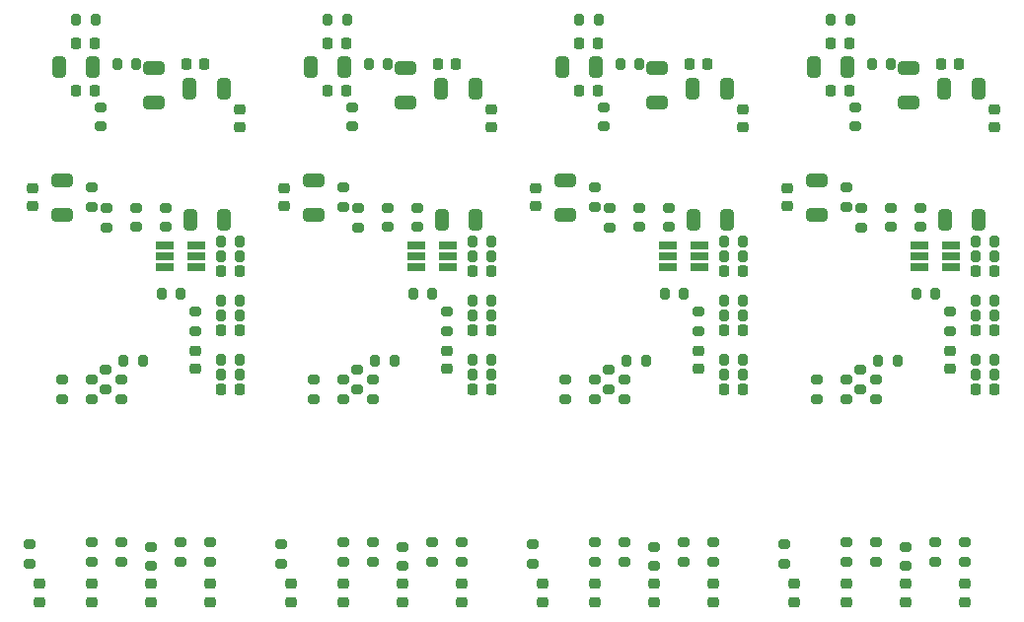
<source format=gbr>
%TF.GenerationSoftware,KiCad,Pcbnew,7.0.5*%
%TF.CreationDate,2025-02-11T02:47:10-05:00*%
%TF.ProjectId,ssr_load_switch,7373725f-6c6f-4616-945f-737769746368,rev?*%
%TF.SameCoordinates,Original*%
%TF.FileFunction,Paste,Top*%
%TF.FilePolarity,Positive*%
%FSLAX46Y46*%
G04 Gerber Fmt 4.6, Leading zero omitted, Abs format (unit mm)*
G04 Created by KiCad (PCBNEW 7.0.5) date 2025-02-11 02:47:10*
%MOMM*%
%LPD*%
G01*
G04 APERTURE LIST*
G04 Aperture macros list*
%AMRoundRect*
0 Rectangle with rounded corners*
0 $1 Rounding radius*
0 $2 $3 $4 $5 $6 $7 $8 $9 X,Y pos of 4 corners*
0 Add a 4 corners polygon primitive as box body*
4,1,4,$2,$3,$4,$5,$6,$7,$8,$9,$2,$3,0*
0 Add four circle primitives for the rounded corners*
1,1,$1+$1,$2,$3*
1,1,$1+$1,$4,$5*
1,1,$1+$1,$6,$7*
1,1,$1+$1,$8,$9*
0 Add four rect primitives between the rounded corners*
20,1,$1+$1,$2,$3,$4,$5,0*
20,1,$1+$1,$4,$5,$6,$7,0*
20,1,$1+$1,$6,$7,$8,$9,0*
20,1,$1+$1,$8,$9,$2,$3,0*%
G04 Aperture macros list end*
%ADD10RoundRect,0.218750X-0.218750X-0.256250X0.218750X-0.256250X0.218750X0.256250X-0.218750X0.256250X0*%
%ADD11RoundRect,0.218750X0.256250X-0.218750X0.256250X0.218750X-0.256250X0.218750X-0.256250X-0.218750X0*%
%ADD12RoundRect,0.200000X-0.275000X0.200000X-0.275000X-0.200000X0.275000X-0.200000X0.275000X0.200000X0*%
%ADD13RoundRect,0.200000X-0.200000X-0.275000X0.200000X-0.275000X0.200000X0.275000X-0.200000X0.275000X0*%
%ADD14RoundRect,0.200000X0.275000X-0.200000X0.275000X0.200000X-0.275000X0.200000X-0.275000X-0.200000X0*%
%ADD15RoundRect,0.200000X0.200000X0.275000X-0.200000X0.275000X-0.200000X-0.275000X0.200000X-0.275000X0*%
%ADD16R,1.560000X0.650000*%
%ADD17RoundRect,0.250000X-0.325000X-0.650000X0.325000X-0.650000X0.325000X0.650000X-0.325000X0.650000X0*%
%ADD18RoundRect,0.250000X0.650000X-0.325000X0.650000X0.325000X-0.650000X0.325000X-0.650000X-0.325000X0*%
%ADD19RoundRect,0.250000X-0.650000X0.325000X-0.650000X-0.325000X0.650000X-0.325000X0.650000X0.325000X0*%
%ADD20RoundRect,0.225000X0.225000X0.250000X-0.225000X0.250000X-0.225000X-0.250000X0.225000X-0.250000X0*%
%ADD21RoundRect,0.225000X-0.225000X-0.250000X0.225000X-0.250000X0.225000X0.250000X-0.225000X0.250000X0*%
%ADD22RoundRect,0.225000X0.250000X-0.225000X0.250000X0.225000X-0.250000X0.225000X-0.250000X-0.225000X0*%
%ADD23RoundRect,0.250000X0.325000X0.650000X-0.325000X0.650000X-0.325000X-0.650000X0.325000X-0.650000X0*%
G04 APERTURE END LIST*
D10*
%TO.C,D6*%
X32481574Y-47835000D03*
X34056574Y-47835000D03*
%TD*%
%TO.C,D7*%
X32481574Y-42755000D03*
X34056574Y-42755000D03*
%TD*%
%TO.C,D8*%
X32481574Y-37675000D03*
X34056574Y-37675000D03*
%TD*%
D11*
%TO.C,D4*%
X16899074Y-66097500D03*
X16899074Y-64522500D03*
%TD*%
%TO.C,D3*%
X21344074Y-66097500D03*
X21344074Y-64522500D03*
%TD*%
%TO.C,D2*%
X26424074Y-66097500D03*
X26424074Y-64522500D03*
%TD*%
%TO.C,D1*%
X31504074Y-66097500D03*
X31504074Y-64522500D03*
%TD*%
D12*
%TO.C,R26*%
X22614074Y-32265000D03*
X22614074Y-33915000D03*
%TD*%
D13*
%TO.C,R25*%
X32444074Y-36405000D03*
X34094074Y-36405000D03*
%TD*%
%TO.C,R22*%
X32444074Y-40215000D03*
X34094074Y-40215000D03*
%TD*%
%TO.C,R21*%
X32444074Y-46565000D03*
X34094074Y-46565000D03*
%TD*%
%TO.C,R20*%
X32444074Y-45295000D03*
X34094074Y-45295000D03*
%TD*%
D14*
%TO.C,R18*%
X16056495Y-62802832D03*
X16056495Y-61152832D03*
%TD*%
D12*
%TO.C,R10*%
X23884074Y-46985000D03*
X23884074Y-48635000D03*
%TD*%
D14*
%TO.C,R16*%
X26445287Y-63015648D03*
X26445287Y-61365648D03*
%TD*%
%TO.C,R15*%
X31504074Y-62605000D03*
X31504074Y-60955000D03*
%TD*%
D15*
%TO.C,R9*%
X21674074Y-16085000D03*
X20024074Y-16085000D03*
%TD*%
%TO.C,R4*%
X25727131Y-45356121D03*
X24077131Y-45356121D03*
%TD*%
%TO.C,R7*%
X25204074Y-19895000D03*
X23554074Y-19895000D03*
%TD*%
D14*
%TO.C,R13*%
X23884074Y-62605000D03*
X23884074Y-60955000D03*
%TD*%
%TO.C,R3*%
X21344074Y-32150000D03*
X21344074Y-30500000D03*
%TD*%
D11*
%TO.C,D5*%
X30234074Y-46082500D03*
X30234074Y-44507500D03*
%TD*%
D14*
%TO.C,R17*%
X21344074Y-62605000D03*
X21344074Y-60955000D03*
%TD*%
D13*
%TO.C,R23*%
X32444074Y-41485000D03*
X34094074Y-41485000D03*
%TD*%
%TO.C,R8*%
X27364074Y-39580000D03*
X29014074Y-39580000D03*
%TD*%
D12*
%TO.C,R6*%
X27694074Y-32240000D03*
X27694074Y-33890000D03*
%TD*%
D14*
%TO.C,R14*%
X28964074Y-62605000D03*
X28964074Y-60955000D03*
%TD*%
%TO.C,R11*%
X21344074Y-48635000D03*
X21344074Y-46985000D03*
%TD*%
D13*
%TO.C,R24*%
X32444074Y-35135000D03*
X34094074Y-35135000D03*
%TD*%
D12*
%TO.C,R5*%
X25154074Y-32240000D03*
X25154074Y-33890000D03*
%TD*%
D14*
%TO.C,R12*%
X18804074Y-48635000D03*
X18804074Y-46985000D03*
%TD*%
D12*
%TO.C,R19*%
X30234074Y-41155000D03*
X30234074Y-42805000D03*
%TD*%
%TO.C,R2*%
X22120306Y-23595149D03*
X22120306Y-25245149D03*
%TD*%
%TO.C,R1*%
X22584333Y-46174105D03*
X22584333Y-47824105D03*
%TD*%
D16*
%TO.C,U3*%
X30314074Y-37355000D03*
X30314074Y-36405000D03*
X30314074Y-35455000D03*
X27614074Y-35455000D03*
X27614074Y-36405000D03*
X27614074Y-37355000D03*
%TD*%
D17*
%TO.C,R8_1206*%
X29795326Y-33227259D03*
X32745326Y-33227259D03*
%TD*%
D18*
%TO.C,R4_1206*%
X18804074Y-32800000D03*
X18804074Y-29850000D03*
%TD*%
D19*
%TO.C,R1_1206*%
X26726982Y-20258581D03*
X26726982Y-23208581D03*
%TD*%
D17*
%TO.C,C4_1206*%
X29776969Y-22027440D03*
X32726969Y-22027440D03*
%TD*%
D20*
%TO.C,C1*%
X21589900Y-18072861D03*
X20039900Y-18072861D03*
%TD*%
D21*
%TO.C,D10*%
X29459074Y-19895000D03*
X31009074Y-19895000D03*
%TD*%
D22*
%TO.C,C3*%
X34077877Y-25333617D03*
X34077877Y-23783617D03*
%TD*%
D20*
%TO.C,D9*%
X21593554Y-22148882D03*
X20043554Y-22148882D03*
%TD*%
D22*
%TO.C,C2*%
X16264074Y-32100000D03*
X16264074Y-30550000D03*
%TD*%
D23*
%TO.C,C5_1206*%
X21485570Y-20143884D03*
X18535570Y-20143884D03*
%TD*%
D10*
%TO.C,D6*%
X54071574Y-47835000D03*
X55646574Y-47835000D03*
%TD*%
%TO.C,D7*%
X54071574Y-42755000D03*
X55646574Y-42755000D03*
%TD*%
%TO.C,D8*%
X54071574Y-37675000D03*
X55646574Y-37675000D03*
%TD*%
D11*
%TO.C,D4*%
X38489074Y-66097500D03*
X38489074Y-64522500D03*
%TD*%
%TO.C,D3*%
X42934074Y-66097500D03*
X42934074Y-64522500D03*
%TD*%
%TO.C,D2*%
X48014074Y-66097500D03*
X48014074Y-64522500D03*
%TD*%
%TO.C,D1*%
X53094074Y-66097500D03*
X53094074Y-64522500D03*
%TD*%
D12*
%TO.C,R26*%
X44204074Y-32265000D03*
X44204074Y-33915000D03*
%TD*%
D13*
%TO.C,R25*%
X54034074Y-36405000D03*
X55684074Y-36405000D03*
%TD*%
%TO.C,R22*%
X54034074Y-40215000D03*
X55684074Y-40215000D03*
%TD*%
%TO.C,R21*%
X54034074Y-46565000D03*
X55684074Y-46565000D03*
%TD*%
%TO.C,R20*%
X54034074Y-45295000D03*
X55684074Y-45295000D03*
%TD*%
D14*
%TO.C,R18*%
X37646495Y-62802832D03*
X37646495Y-61152832D03*
%TD*%
D12*
%TO.C,R10*%
X45474074Y-46985000D03*
X45474074Y-48635000D03*
%TD*%
D14*
%TO.C,R16*%
X48035287Y-63015648D03*
X48035287Y-61365648D03*
%TD*%
%TO.C,R15*%
X53094074Y-62605000D03*
X53094074Y-60955000D03*
%TD*%
D15*
%TO.C,R9*%
X43264074Y-16085000D03*
X41614074Y-16085000D03*
%TD*%
%TO.C,R4*%
X47317131Y-45356121D03*
X45667131Y-45356121D03*
%TD*%
%TO.C,R7*%
X46794074Y-19895000D03*
X45144074Y-19895000D03*
%TD*%
D14*
%TO.C,R13*%
X45474074Y-62605000D03*
X45474074Y-60955000D03*
%TD*%
%TO.C,R3*%
X42934074Y-32150000D03*
X42934074Y-30500000D03*
%TD*%
D11*
%TO.C,D5*%
X51824074Y-46082500D03*
X51824074Y-44507500D03*
%TD*%
D14*
%TO.C,R17*%
X42934074Y-62605000D03*
X42934074Y-60955000D03*
%TD*%
D13*
%TO.C,R23*%
X54034074Y-41485000D03*
X55684074Y-41485000D03*
%TD*%
%TO.C,R8*%
X48954074Y-39580000D03*
X50604074Y-39580000D03*
%TD*%
D12*
%TO.C,R6*%
X49284074Y-32240000D03*
X49284074Y-33890000D03*
%TD*%
D14*
%TO.C,R14*%
X50554074Y-62605000D03*
X50554074Y-60955000D03*
%TD*%
%TO.C,R11*%
X42934074Y-48635000D03*
X42934074Y-46985000D03*
%TD*%
D13*
%TO.C,R24*%
X54034074Y-35135000D03*
X55684074Y-35135000D03*
%TD*%
D12*
%TO.C,R5*%
X46744074Y-32240000D03*
X46744074Y-33890000D03*
%TD*%
D14*
%TO.C,R12*%
X40394074Y-48635000D03*
X40394074Y-46985000D03*
%TD*%
D12*
%TO.C,R19*%
X51824074Y-41155000D03*
X51824074Y-42805000D03*
%TD*%
%TO.C,R2*%
X43710306Y-23595149D03*
X43710306Y-25245149D03*
%TD*%
%TO.C,R1*%
X44174333Y-46174105D03*
X44174333Y-47824105D03*
%TD*%
D16*
%TO.C,U3*%
X51904074Y-37355000D03*
X51904074Y-36405000D03*
X51904074Y-35455000D03*
X49204074Y-35455000D03*
X49204074Y-36405000D03*
X49204074Y-37355000D03*
%TD*%
D17*
%TO.C,R8_1206*%
X51385326Y-33227259D03*
X54335326Y-33227259D03*
%TD*%
D18*
%TO.C,R4_1206*%
X40394074Y-32800000D03*
X40394074Y-29850000D03*
%TD*%
D19*
%TO.C,R1_1206*%
X48316982Y-20258581D03*
X48316982Y-23208581D03*
%TD*%
D17*
%TO.C,C4_1206*%
X51366969Y-22027440D03*
X54316969Y-22027440D03*
%TD*%
D20*
%TO.C,C1*%
X43179900Y-18072861D03*
X41629900Y-18072861D03*
%TD*%
D21*
%TO.C,D10*%
X51049074Y-19895000D03*
X52599074Y-19895000D03*
%TD*%
D22*
%TO.C,C3*%
X55667877Y-25333617D03*
X55667877Y-23783617D03*
%TD*%
D20*
%TO.C,D9*%
X43183554Y-22148882D03*
X41633554Y-22148882D03*
%TD*%
D22*
%TO.C,C2*%
X37854074Y-32100000D03*
X37854074Y-30550000D03*
%TD*%
D23*
%TO.C,C5_1206*%
X43075570Y-20143884D03*
X40125570Y-20143884D03*
%TD*%
D10*
%TO.C,D6*%
X75661574Y-47835000D03*
X77236574Y-47835000D03*
%TD*%
%TO.C,D7*%
X75661574Y-42755000D03*
X77236574Y-42755000D03*
%TD*%
%TO.C,D8*%
X75661574Y-37675000D03*
X77236574Y-37675000D03*
%TD*%
D11*
%TO.C,D4*%
X60079074Y-66097500D03*
X60079074Y-64522500D03*
%TD*%
%TO.C,D3*%
X64524074Y-66097500D03*
X64524074Y-64522500D03*
%TD*%
%TO.C,D2*%
X69604074Y-66097500D03*
X69604074Y-64522500D03*
%TD*%
%TO.C,D1*%
X74684074Y-66097500D03*
X74684074Y-64522500D03*
%TD*%
D12*
%TO.C,R26*%
X65794074Y-32265000D03*
X65794074Y-33915000D03*
%TD*%
D13*
%TO.C,R25*%
X75624074Y-36405000D03*
X77274074Y-36405000D03*
%TD*%
%TO.C,R22*%
X75624074Y-40215000D03*
X77274074Y-40215000D03*
%TD*%
%TO.C,R21*%
X75624074Y-46565000D03*
X77274074Y-46565000D03*
%TD*%
%TO.C,R20*%
X75624074Y-45295000D03*
X77274074Y-45295000D03*
%TD*%
D14*
%TO.C,R18*%
X59236495Y-62802832D03*
X59236495Y-61152832D03*
%TD*%
D12*
%TO.C,R10*%
X67064074Y-46985000D03*
X67064074Y-48635000D03*
%TD*%
D14*
%TO.C,R16*%
X69625287Y-63015648D03*
X69625287Y-61365648D03*
%TD*%
%TO.C,R15*%
X74684074Y-62605000D03*
X74684074Y-60955000D03*
%TD*%
D15*
%TO.C,R9*%
X64854074Y-16085000D03*
X63204074Y-16085000D03*
%TD*%
%TO.C,R4*%
X68907131Y-45356121D03*
X67257131Y-45356121D03*
%TD*%
%TO.C,R7*%
X68384074Y-19895000D03*
X66734074Y-19895000D03*
%TD*%
D14*
%TO.C,R13*%
X67064074Y-62605000D03*
X67064074Y-60955000D03*
%TD*%
%TO.C,R3*%
X64524074Y-32150000D03*
X64524074Y-30500000D03*
%TD*%
D11*
%TO.C,D5*%
X73414074Y-46082500D03*
X73414074Y-44507500D03*
%TD*%
D14*
%TO.C,R17*%
X64524074Y-62605000D03*
X64524074Y-60955000D03*
%TD*%
D13*
%TO.C,R23*%
X75624074Y-41485000D03*
X77274074Y-41485000D03*
%TD*%
%TO.C,R8*%
X70544074Y-39580000D03*
X72194074Y-39580000D03*
%TD*%
D12*
%TO.C,R6*%
X70874074Y-32240000D03*
X70874074Y-33890000D03*
%TD*%
D14*
%TO.C,R14*%
X72144074Y-62605000D03*
X72144074Y-60955000D03*
%TD*%
%TO.C,R11*%
X64524074Y-48635000D03*
X64524074Y-46985000D03*
%TD*%
D13*
%TO.C,R24*%
X75624074Y-35135000D03*
X77274074Y-35135000D03*
%TD*%
D12*
%TO.C,R5*%
X68334074Y-32240000D03*
X68334074Y-33890000D03*
%TD*%
D14*
%TO.C,R12*%
X61984074Y-48635000D03*
X61984074Y-46985000D03*
%TD*%
D12*
%TO.C,R19*%
X73414074Y-41155000D03*
X73414074Y-42805000D03*
%TD*%
%TO.C,R2*%
X65300306Y-23595149D03*
X65300306Y-25245149D03*
%TD*%
%TO.C,R1*%
X65764333Y-46174105D03*
X65764333Y-47824105D03*
%TD*%
D16*
%TO.C,U3*%
X73494074Y-37355000D03*
X73494074Y-36405000D03*
X73494074Y-35455000D03*
X70794074Y-35455000D03*
X70794074Y-36405000D03*
X70794074Y-37355000D03*
%TD*%
D17*
%TO.C,R8_1206*%
X72975326Y-33227259D03*
X75925326Y-33227259D03*
%TD*%
D18*
%TO.C,R4_1206*%
X61984074Y-32800000D03*
X61984074Y-29850000D03*
%TD*%
D19*
%TO.C,R1_1206*%
X69906982Y-20258581D03*
X69906982Y-23208581D03*
%TD*%
D17*
%TO.C,C4_1206*%
X72956969Y-22027440D03*
X75906969Y-22027440D03*
%TD*%
D20*
%TO.C,C1*%
X64769900Y-18072861D03*
X63219900Y-18072861D03*
%TD*%
D21*
%TO.C,D10*%
X72639074Y-19895000D03*
X74189074Y-19895000D03*
%TD*%
D22*
%TO.C,C3*%
X77257877Y-25333617D03*
X77257877Y-23783617D03*
%TD*%
D20*
%TO.C,D9*%
X64773554Y-22148882D03*
X63223554Y-22148882D03*
%TD*%
D22*
%TO.C,C2*%
X59444074Y-32100000D03*
X59444074Y-30550000D03*
%TD*%
D23*
%TO.C,C5_1206*%
X64665570Y-20143884D03*
X61715570Y-20143884D03*
%TD*%
D10*
%TO.C,D8*%
X97251574Y-37675000D03*
X98826574Y-37675000D03*
%TD*%
%TO.C,D7*%
X97251574Y-42755000D03*
X98826574Y-42755000D03*
%TD*%
%TO.C,D6*%
X97251574Y-47835000D03*
X98826574Y-47835000D03*
%TD*%
D11*
%TO.C,D5*%
X95004074Y-46082500D03*
X95004074Y-44507500D03*
%TD*%
%TO.C,D4*%
X81669074Y-66097500D03*
X81669074Y-64522500D03*
%TD*%
%TO.C,D3*%
X86114074Y-66097500D03*
X86114074Y-64522500D03*
%TD*%
%TO.C,D2*%
X91194074Y-66097500D03*
X91194074Y-64522500D03*
%TD*%
%TO.C,D1*%
X96274074Y-66097500D03*
X96274074Y-64522500D03*
%TD*%
D12*
%TO.C,R26*%
X87384074Y-32265000D03*
X87384074Y-33915000D03*
%TD*%
D13*
%TO.C,R25*%
X97214074Y-36405000D03*
X98864074Y-36405000D03*
%TD*%
%TO.C,R24*%
X97214074Y-35135000D03*
X98864074Y-35135000D03*
%TD*%
%TO.C,R23*%
X97214074Y-41485000D03*
X98864074Y-41485000D03*
%TD*%
%TO.C,R22*%
X97214074Y-40215000D03*
X98864074Y-40215000D03*
%TD*%
%TO.C,R21*%
X97214074Y-46565000D03*
X98864074Y-46565000D03*
%TD*%
%TO.C,R20*%
X97214074Y-45295000D03*
X98864074Y-45295000D03*
%TD*%
D12*
%TO.C,R19*%
X95004074Y-41155000D03*
X95004074Y-42805000D03*
%TD*%
D14*
%TO.C,R18*%
X80826495Y-62802832D03*
X80826495Y-61152832D03*
%TD*%
%TO.C,R17*%
X86114074Y-62605000D03*
X86114074Y-60955000D03*
%TD*%
%TO.C,R16*%
X91215287Y-63015648D03*
X91215287Y-61365648D03*
%TD*%
%TO.C,R15*%
X96274074Y-62605000D03*
X96274074Y-60955000D03*
%TD*%
%TO.C,R14*%
X93734074Y-62605000D03*
X93734074Y-60955000D03*
%TD*%
%TO.C,R13*%
X88654074Y-62605000D03*
X88654074Y-60955000D03*
%TD*%
%TO.C,R12*%
X83574074Y-48635000D03*
X83574074Y-46985000D03*
%TD*%
%TO.C,R11*%
X86114074Y-48635000D03*
X86114074Y-46985000D03*
%TD*%
D12*
%TO.C,R10*%
X88654074Y-46985000D03*
X88654074Y-48635000D03*
%TD*%
D15*
%TO.C,R9*%
X86444074Y-16085000D03*
X84794074Y-16085000D03*
%TD*%
D13*
%TO.C,R8*%
X92134074Y-39580000D03*
X93784074Y-39580000D03*
%TD*%
D15*
%TO.C,R7*%
X89974074Y-19895000D03*
X88324074Y-19895000D03*
%TD*%
D12*
%TO.C,R6*%
X92464074Y-32240000D03*
X92464074Y-33890000D03*
%TD*%
%TO.C,R5*%
X89924074Y-32240000D03*
X89924074Y-33890000D03*
%TD*%
D15*
%TO.C,R4*%
X90497131Y-45356121D03*
X88847131Y-45356121D03*
%TD*%
D14*
%TO.C,R3*%
X86114074Y-32150000D03*
X86114074Y-30500000D03*
%TD*%
D12*
%TO.C,R2*%
X86890306Y-23595149D03*
X86890306Y-25245149D03*
%TD*%
%TO.C,R1*%
X87354333Y-46174105D03*
X87354333Y-47824105D03*
%TD*%
D20*
%TO.C,D9*%
X86363554Y-22148882D03*
X84813554Y-22148882D03*
%TD*%
D16*
%TO.C,U3*%
X92384074Y-37355000D03*
X92384074Y-36405000D03*
X92384074Y-35455000D03*
X95084074Y-35455000D03*
X95084074Y-36405000D03*
X95084074Y-37355000D03*
%TD*%
D17*
%TO.C,R8_1206*%
X94565326Y-33227259D03*
X97515326Y-33227259D03*
%TD*%
D18*
%TO.C,R4_1206*%
X83574074Y-32800000D03*
X83574074Y-29850000D03*
%TD*%
D19*
%TO.C,R1_1206*%
X91496982Y-20258581D03*
X91496982Y-23208581D03*
%TD*%
D21*
%TO.C,D10*%
X94229074Y-19895000D03*
X95779074Y-19895000D03*
%TD*%
D23*
%TO.C,C5_1206*%
X86255570Y-20143884D03*
X83305570Y-20143884D03*
%TD*%
D17*
%TO.C,C4_1206*%
X94546969Y-22027440D03*
X97496969Y-22027440D03*
%TD*%
D22*
%TO.C,C3*%
X98847877Y-25333617D03*
X98847877Y-23783617D03*
%TD*%
%TO.C,C2*%
X81034074Y-32100000D03*
X81034074Y-30550000D03*
%TD*%
D20*
%TO.C,C1*%
X86359900Y-18072861D03*
X84809900Y-18072861D03*
%TD*%
M02*

</source>
